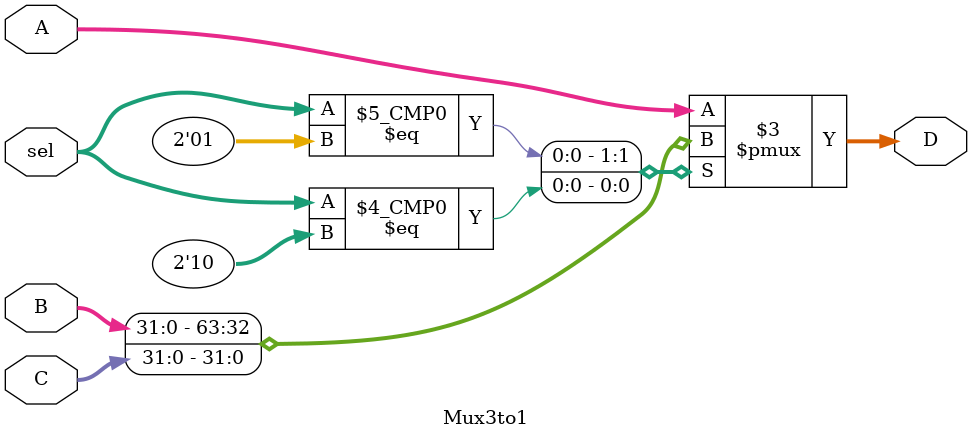
<source format=sv>
module Mux3to1 (
    input [31:0] A,
    input [31:0] B,
    input [31:0] C,
    input [1:0] sel,

    output logic [31:0] D
);

always_comb begin
    case (sel)
        2'd0 : D = A;
        2'd1 : D = B;
        2'd2 : D = C;
        default : D = A;
    endcase
end

endmodule
</source>
